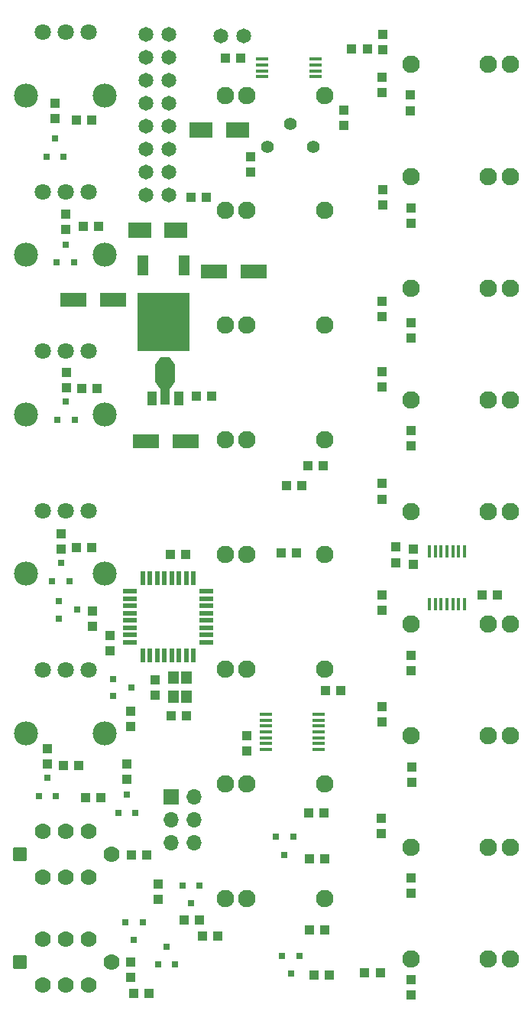
<source format=gts>
G04 #@! TF.GenerationSoftware,KiCad,Pcbnew,(5.99.0-11177-g6c67dfa032)*
G04 #@! TF.CreationDate,2021-08-04T13:50:33-07:00*
G04 #@! TF.ProjectId,SCMv3,53434d76-332e-46b6-9963-61645f706362,rev?*
G04 #@! TF.SameCoordinates,Original*
G04 #@! TF.FileFunction,Soldermask,Top*
G04 #@! TF.FilePolarity,Negative*
%FSLAX46Y46*%
G04 Gerber Fmt 4.6, Leading zero omitted, Abs format (unit mm)*
G04 Created by KiCad (PCBNEW (5.99.0-11177-g6c67dfa032)) date 2021-08-04 13:50:33*
%MOMM*%
%LPD*%
G01*
G04 APERTURE LIST*
G04 Aperture macros list*
%AMRoundRect*
0 Rectangle with rounded corners*
0 $1 Rounding radius*
0 $2 $3 $4 $5 $6 $7 $8 $9 X,Y pos of 4 corners*
0 Add a 4 corners polygon primitive as box body*
4,1,4,$2,$3,$4,$5,$6,$7,$8,$9,$2,$3,0*
0 Add four circle primitives for the rounded corners*
1,1,$1+$1,$2,$3*
1,1,$1+$1,$4,$5*
1,1,$1+$1,$6,$7*
1,1,$1+$1,$8,$9*
0 Add four rect primitives between the rounded corners*
20,1,$1+$1,$2,$3,$4,$5,0*
20,1,$1+$1,$4,$5,$6,$7,0*
20,1,$1+$1,$6,$7,$8,$9,0*
20,1,$1+$1,$8,$9,$2,$3,0*%
%AMOutline4P*
0 Free polygon, 4 corners , with rotation*
0 The origin of the aperture is its center*
0 number of corners: always 4*
0 $1 to $8 corner X, Y*
0 $9 Rotation angle, in degrees counterclockwise*
0 create outline with 4 corners*
4,1,4,$1,$2,$3,$4,$5,$6,$7,$8,$1,$2,$9*%
G04 Aperture macros list end*
%ADD10R,0.800100X0.800100*%
%ADD11R,1.200000X2.200000*%
%ADD12R,5.800000X6.400000*%
%ADD13R,1.000000X1.000000*%
%ADD14C,1.651000*%
%ADD15R,1.150000X1.400000*%
%ADD16R,2.499360X1.800860*%
%ADD17R,1.450000X0.450000*%
%ADD18R,0.450000X1.450000*%
%ADD19R,3.000000X1.600000*%
%ADD20C,1.397000*%
%ADD21R,1.700000X1.700000*%
%ADD22O,1.700000X1.700000*%
%ADD23R,1.000000X1.500000*%
%ADD24Outline4P,-1.100000X-0.500000X1.100000X-0.500000X0.400000X0.500000X-0.400000X0.500000X180.000000*%
%ADD25Outline4P,-1.100000X-0.425000X1.100000X-0.425000X0.500000X0.425000X-0.500000X0.425000X0.000000*%
%ADD26R,1.000000X1.800000*%
%ADD27R,2.200000X1.840000*%
%ADD28R,0.550000X1.600000*%
%ADD29R,1.600000X0.550000*%
%ADD30C,1.930400*%
%ADD31C,1.778000*%
%ADD32RoundRect,0.127000X0.635000X0.635000X-0.635000X0.635000X-0.635000X-0.635000X0.635000X-0.635000X0*%
%ADD33C,1.803400*%
%ADD34C,2.667000*%
G04 APERTURE END LIST*
D10*
X33720000Y-104269240D03*
X31820000Y-104269240D03*
X32770000Y-106268220D03*
X18040000Y-105230760D03*
X19940000Y-105230760D03*
X18990000Y-103231780D03*
X33040000Y-91099240D03*
X31140000Y-91099240D03*
X32090000Y-93098220D03*
X16350000Y-100539240D03*
X14450000Y-100539240D03*
X15400000Y-102538220D03*
D11*
X20920000Y-27820000D03*
D12*
X18640000Y-34120000D03*
D11*
X16360000Y-27820000D03*
D13*
X42860000Y-39610000D03*
X42860000Y-41310000D03*
D14*
X16740000Y-2230000D03*
X19280000Y-2230000D03*
X16740000Y-4770000D03*
X19280000Y-4770000D03*
X16740000Y-7310000D03*
X19280000Y-7310000D03*
X16740000Y-9850000D03*
X19280000Y-9850000D03*
X16740000Y-12390000D03*
X19280000Y-12390000D03*
X16740000Y-14930000D03*
X19280000Y-14930000D03*
X16740000Y-17470000D03*
X19280000Y-17470000D03*
X16740000Y-20010000D03*
X19280000Y-20010000D03*
D13*
X53950000Y-64320000D03*
X55650000Y-64320000D03*
D15*
X21240000Y-75550000D03*
X19740000Y-73450000D03*
X21240000Y-73450000D03*
X19740000Y-75550000D03*
D13*
X46110000Y-35850000D03*
X46110000Y-34150000D03*
X46070000Y-108620000D03*
X46070000Y-106920000D03*
X7870000Y-22160000D03*
X7870000Y-23860000D03*
X28300000Y-15800000D03*
X28300000Y-17500000D03*
X17710000Y-73690000D03*
X17710000Y-75390000D03*
X22640000Y-100310000D03*
X20940000Y-100310000D03*
X46180000Y-85060000D03*
X46180000Y-83360000D03*
D10*
X6850000Y-27520760D03*
X8750000Y-27520760D03*
X7800000Y-25521780D03*
D13*
X33410000Y-59660000D03*
X31710000Y-59660000D03*
X42930000Y-21120000D03*
X42930000Y-19420000D03*
D10*
X22650000Y-96459240D03*
X20750000Y-96459240D03*
X21700000Y-98458220D03*
D13*
X7600000Y-83200000D03*
X9300000Y-83200000D03*
X46140000Y-72730000D03*
X46140000Y-71030000D03*
D16*
X16041020Y-23940000D03*
X20038980Y-23940000D03*
D17*
X35900000Y-81440000D03*
X35900000Y-80790000D03*
X35900000Y-80140000D03*
X35900000Y-79490000D03*
X35900000Y-78840000D03*
X35900000Y-78190000D03*
X35900000Y-77540000D03*
X30000000Y-77540000D03*
X30000000Y-78190000D03*
X30000000Y-78840000D03*
X30000000Y-79490000D03*
X30000000Y-80140000D03*
X30000000Y-80790000D03*
X30000000Y-81440000D03*
D13*
X40980000Y-106140000D03*
X42680000Y-106140000D03*
X21100000Y-59810000D03*
X19400000Y-59810000D03*
X21730000Y-20330000D03*
X23430000Y-20330000D03*
X42910000Y-33480000D03*
X42910000Y-31780000D03*
X34830000Y-101380000D03*
X36530000Y-101380000D03*
X9790000Y-23540000D03*
X11490000Y-23540000D03*
X5780000Y-81340000D03*
X5780000Y-83040000D03*
X11740000Y-86780000D03*
X10040000Y-86780000D03*
X34860000Y-93530000D03*
X36560000Y-93530000D03*
D10*
X13670000Y-88430760D03*
X15570000Y-88430760D03*
X14620000Y-86431780D03*
D13*
X27920000Y-81580000D03*
X27920000Y-79880000D03*
X46360000Y-59230000D03*
X46360000Y-60930000D03*
X44400000Y-60730000D03*
X44400000Y-59030000D03*
X21250000Y-77670000D03*
X19550000Y-77670000D03*
X12710000Y-68810000D03*
X12710000Y-70510000D03*
D18*
X52040000Y-59470000D03*
X51390000Y-59470000D03*
X50740000Y-59470000D03*
X50090000Y-59470000D03*
X49440000Y-59470000D03*
X48790000Y-59470000D03*
X48140000Y-59470000D03*
X48140000Y-65370000D03*
X48790000Y-65370000D03*
X49440000Y-65370000D03*
X50090000Y-65370000D03*
X50740000Y-65370000D03*
X51390000Y-65370000D03*
X52040000Y-65370000D03*
D13*
X9000000Y-59080000D03*
X10700000Y-59080000D03*
X9040000Y-11720000D03*
X10740000Y-11720000D03*
D19*
X16730000Y-47330000D03*
X21130000Y-47330000D03*
X13090000Y-31670000D03*
X8690000Y-31670000D03*
D13*
X39540000Y-3890000D03*
X41240000Y-3890000D03*
D20*
X30210000Y-14680000D03*
X32750000Y-12140000D03*
X35290000Y-14680000D03*
D21*
X19560000Y-86690000D03*
D22*
X22100000Y-86690000D03*
X19560000Y-89230000D03*
X22100000Y-89230000D03*
X19560000Y-91770000D03*
X22100000Y-91770000D03*
D13*
X17090000Y-108470000D03*
X15390000Y-108470000D03*
X34740000Y-88490000D03*
X36440000Y-88490000D03*
X7310000Y-57530000D03*
X7310000Y-59230000D03*
X38620000Y-10620000D03*
X38620000Y-12320000D03*
D17*
X35510000Y-6945000D03*
X35510000Y-6295000D03*
X35510000Y-5645000D03*
X35510000Y-4995000D03*
X29610000Y-4995000D03*
X29610000Y-5645000D03*
X29610000Y-6295000D03*
X29610000Y-6945000D03*
D13*
X42870000Y-8720000D03*
X42870000Y-7020000D03*
D10*
X5690000Y-15780760D03*
X7590000Y-15780760D03*
X6640000Y-13781780D03*
D13*
X7890000Y-39710000D03*
X7890000Y-41410000D03*
X42890000Y-64340000D03*
X42890000Y-66040000D03*
X42900000Y-52000000D03*
X42900000Y-53700000D03*
D23*
X17370000Y-42580000D03*
D24*
X18870000Y-41176200D03*
D25*
X18870000Y-38433000D03*
D26*
X18870000Y-42433500D03*
D27*
X18870000Y-39766500D03*
D23*
X20370000Y-42580000D03*
D13*
X46110000Y-97370000D03*
X46110000Y-95670000D03*
X16790000Y-93140000D03*
X15090000Y-93140000D03*
X27240000Y-4900000D03*
X25540000Y-4900000D03*
X42840000Y-89020000D03*
X42840000Y-90720000D03*
D16*
X26858980Y-12830000D03*
X22861020Y-12830000D03*
D19*
X24280000Y-28540000D03*
X28680000Y-28540000D03*
D10*
X6920000Y-44930760D03*
X8820000Y-44930760D03*
X7870000Y-42931780D03*
D13*
X6610000Y-9890000D03*
X6610000Y-11590000D03*
X42880000Y-76680000D03*
X42880000Y-78380000D03*
X15020000Y-106650000D03*
X15020000Y-104950000D03*
X14580000Y-84760000D03*
X14580000Y-83060000D03*
X9630000Y-41450000D03*
X11330000Y-41450000D03*
D10*
X13099240Y-73620000D03*
X13099240Y-75520000D03*
X15098220Y-74570000D03*
D13*
X35370000Y-106400000D03*
X37070000Y-106400000D03*
X46140000Y-47840000D03*
X46140000Y-46140000D03*
D14*
X27560000Y-2420000D03*
X25020000Y-2420000D03*
D10*
X7069240Y-65020000D03*
X7069240Y-66920000D03*
X9068220Y-65970000D03*
D13*
X38320000Y-74930000D03*
X36620000Y-74930000D03*
D10*
X4830000Y-86570760D03*
X6730000Y-86570760D03*
X5780000Y-84571780D03*
D13*
X46040000Y-8990000D03*
X46040000Y-10690000D03*
X46070000Y-23200000D03*
X46070000Y-21500000D03*
X10800000Y-66080000D03*
X10800000Y-67780000D03*
X22990000Y-102080000D03*
X24690000Y-102080000D03*
D28*
X16390000Y-70980000D03*
X17190000Y-70980000D03*
X17990000Y-70980000D03*
X18790000Y-70980000D03*
X19590000Y-70980000D03*
X20390000Y-70980000D03*
X21190000Y-70980000D03*
X21990000Y-70980000D03*
D29*
X23440000Y-69530000D03*
X23440000Y-68730000D03*
X23440000Y-67930000D03*
X23440000Y-67130000D03*
X23440000Y-66330000D03*
X23440000Y-65530000D03*
X23440000Y-64730000D03*
X23440000Y-63930000D03*
D28*
X21990000Y-62480000D03*
X21190000Y-62480000D03*
X20390000Y-62480000D03*
X19590000Y-62480000D03*
X18790000Y-62480000D03*
X17990000Y-62480000D03*
X17190000Y-62480000D03*
X16390000Y-62480000D03*
D29*
X14940000Y-63930000D03*
X14940000Y-64730000D03*
X14940000Y-65530000D03*
X14940000Y-66330000D03*
X14940000Y-67130000D03*
X14940000Y-67930000D03*
X14940000Y-68730000D03*
X14940000Y-69530000D03*
D13*
X18060000Y-97990000D03*
X18060000Y-96290000D03*
X15070000Y-77200000D03*
X15070000Y-78900000D03*
X36360000Y-50000000D03*
X34660000Y-50000000D03*
X22330000Y-42340000D03*
X24030000Y-42340000D03*
D10*
X6350000Y-62760760D03*
X8250000Y-62760760D03*
X7300000Y-60761780D03*
D13*
X42990000Y-2220000D03*
X42990000Y-3920000D03*
X32330000Y-52180000D03*
X34030000Y-52180000D03*
D30*
X46101000Y-17970500D03*
X57073800Y-17970500D03*
X54660800Y-17970500D03*
D31*
X5257800Y-90512900D03*
X7797800Y-90512900D03*
X10337800Y-90512900D03*
X5257800Y-95592900D03*
X7797800Y-95592900D03*
X10337800Y-95592900D03*
D32*
X2717800Y-93052900D03*
D31*
X12877800Y-93052900D03*
D30*
X36499800Y-9029700D03*
X25527000Y-9029700D03*
X27940000Y-9029700D03*
X36499800Y-34429700D03*
X25527000Y-34429700D03*
X27940000Y-34429700D03*
D33*
X5257963Y-37323457D03*
X7797963Y-37323457D03*
X10337963Y-37323457D03*
D34*
X3403763Y-44333857D03*
X12192163Y-44333857D03*
D30*
X46101000Y-30353000D03*
X57073800Y-30353000D03*
X54660800Y-30353000D03*
X46101000Y-42735500D03*
X57073800Y-42735500D03*
X54660800Y-42735500D03*
D33*
X5257963Y-19670457D03*
X7797963Y-19670457D03*
X10337963Y-19670457D03*
D34*
X3403763Y-26680857D03*
X12192163Y-26680857D03*
D33*
X5257963Y-72629457D03*
X7797963Y-72629457D03*
X10337963Y-72629457D03*
D34*
X3403763Y-79639857D03*
X12192163Y-79639857D03*
D30*
X46101000Y-104648000D03*
X57073800Y-104648000D03*
X54660800Y-104648000D03*
X36499800Y-72529700D03*
X25527000Y-72529700D03*
X27940000Y-72529700D03*
X36499800Y-97929700D03*
X25527000Y-97929700D03*
X27940000Y-97929700D03*
D31*
X5257800Y-102450900D03*
X7797800Y-102450900D03*
X10337800Y-102450900D03*
X5257800Y-107530900D03*
X7797800Y-107530900D03*
X10337800Y-107530900D03*
D32*
X2717800Y-104990900D03*
D31*
X12877800Y-104990900D03*
D30*
X46101000Y-5588000D03*
X57073800Y-5588000D03*
X54660800Y-5588000D03*
X36499800Y-59829700D03*
X25527000Y-59829700D03*
X27940000Y-59829700D03*
X46101000Y-92265500D03*
X57073800Y-92265500D03*
X54660800Y-92265500D03*
X46101000Y-67500500D03*
X57073800Y-67500500D03*
X54660800Y-67500500D03*
X36499800Y-47129700D03*
X25527000Y-47129700D03*
X27940000Y-47129700D03*
X36499800Y-85229700D03*
X25527000Y-85229700D03*
X27940000Y-85229700D03*
D33*
X5257963Y-54976457D03*
X7797963Y-54976457D03*
X10337963Y-54976457D03*
D34*
X3403763Y-61986857D03*
X12192163Y-61986857D03*
D33*
X5257963Y-2017457D03*
X7797963Y-2017457D03*
X10337963Y-2017457D03*
D34*
X3403763Y-9027857D03*
X12192163Y-9027857D03*
D30*
X46101000Y-79883000D03*
X57073800Y-79883000D03*
X54660800Y-79883000D03*
X46101000Y-55118000D03*
X57073800Y-55118000D03*
X54660800Y-55118000D03*
X36499800Y-21729700D03*
X25527000Y-21729700D03*
X27940000Y-21729700D03*
M02*

</source>
